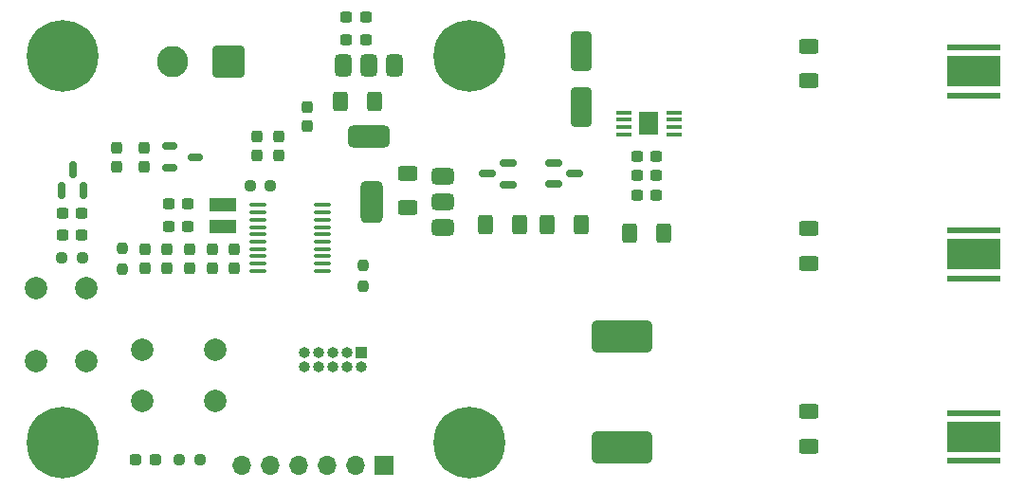
<source format=gbr>
%TF.GenerationSoftware,KiCad,Pcbnew,9.0.0*%
%TF.CreationDate,2025-08-28T16:21:25-07:00*%
%TF.ProjectId,Simple_12V_Panel,53696d70-6c65-45f3-9132-565f50616e65,rev?*%
%TF.SameCoordinates,Original*%
%TF.FileFunction,Soldermask,Top*%
%TF.FilePolarity,Negative*%
%FSLAX46Y46*%
G04 Gerber Fmt 4.6, Leading zero omitted, Abs format (unit mm)*
G04 Created by KiCad (PCBNEW 9.0.0) date 2025-08-28 16:21:25*
%MOMM*%
%LPD*%
G01*
G04 APERTURE LIST*
G04 Aperture macros list*
%AMRoundRect*
0 Rectangle with rounded corners*
0 $1 Rounding radius*
0 $2 $3 $4 $5 $6 $7 $8 $9 X,Y pos of 4 corners*
0 Add a 4 corners polygon primitive as box body*
4,1,4,$2,$3,$4,$5,$6,$7,$8,$9,$2,$3,0*
0 Add four circle primitives for the rounded corners*
1,1,$1+$1,$2,$3*
1,1,$1+$1,$4,$5*
1,1,$1+$1,$6,$7*
1,1,$1+$1,$8,$9*
0 Add four rect primitives between the rounded corners*
20,1,$1+$1,$2,$3,$4,$5,0*
20,1,$1+$1,$4,$5,$6,$7,0*
20,1,$1+$1,$6,$7,$8,$9,0*
20,1,$1+$1,$8,$9,$2,$3,0*%
G04 Aperture macros list end*
%ADD10R,4.775200X0.508000*%
%ADD11R,4.775200X2.768600*%
%ADD12R,1.358900X0.431800*%
%ADD13R,1.701800X2.006600*%
%ADD14RoundRect,0.237500X-0.250000X-0.237500X0.250000X-0.237500X0.250000X0.237500X-0.250000X0.237500X0*%
%ADD15RoundRect,0.435000X2.265000X1.015000X-2.265000X1.015000X-2.265000X-1.015000X2.265000X-1.015000X0*%
%ADD16RoundRect,0.150000X-0.512500X-0.150000X0.512500X-0.150000X0.512500X0.150000X-0.512500X0.150000X0*%
%ADD17RoundRect,0.250000X0.625000X-0.400000X0.625000X0.400000X-0.625000X0.400000X-0.625000X-0.400000X0*%
%ADD18RoundRect,0.375000X-0.375000X0.625000X-0.375000X-0.625000X0.375000X-0.625000X0.375000X0.625000X0*%
%ADD19RoundRect,0.500000X-1.400000X0.500000X-1.400000X-0.500000X1.400000X-0.500000X1.400000X0.500000X0*%
%ADD20RoundRect,0.375000X0.625000X0.375000X-0.625000X0.375000X-0.625000X-0.375000X0.625000X-0.375000X0*%
%ADD21RoundRect,0.500000X0.500000X1.400000X-0.500000X1.400000X-0.500000X-1.400000X0.500000X-1.400000X0*%
%ADD22C,6.400000*%
%ADD23RoundRect,0.237500X-0.237500X0.250000X-0.237500X-0.250000X0.237500X-0.250000X0.237500X0.250000X0*%
%ADD24RoundRect,0.250000X0.650000X-1.500000X0.650000X1.500000X-0.650000X1.500000X-0.650000X-1.500000X0*%
%ADD25RoundRect,0.250000X-0.400000X-0.625000X0.400000X-0.625000X0.400000X0.625000X-0.400000X0.625000X0*%
%ADD26RoundRect,0.237500X0.300000X0.237500X-0.300000X0.237500X-0.300000X-0.237500X0.300000X-0.237500X0*%
%ADD27RoundRect,0.237500X-0.237500X0.300000X-0.237500X-0.300000X0.237500X-0.300000X0.237500X0.300000X0*%
%ADD28R,2.387600X1.193800*%
%ADD29C,2.000000*%
%ADD30RoundRect,0.237500X-0.300000X-0.237500X0.300000X-0.237500X0.300000X0.237500X-0.300000X0.237500X0*%
%ADD31RoundRect,0.237500X0.250000X0.237500X-0.250000X0.237500X-0.250000X-0.237500X0.250000X-0.237500X0*%
%ADD32RoundRect,0.237500X0.237500X-0.300000X0.237500X0.300000X-0.237500X0.300000X-0.237500X-0.300000X0*%
%ADD33RoundRect,0.150000X0.587500X0.150000X-0.587500X0.150000X-0.587500X-0.150000X0.587500X-0.150000X0*%
%ADD34RoundRect,0.237500X-0.287500X-0.237500X0.287500X-0.237500X0.287500X0.237500X-0.287500X0.237500X0*%
%ADD35RoundRect,0.250001X1.149999X1.149999X-1.149999X1.149999X-1.149999X-1.149999X1.149999X-1.149999X0*%
%ADD36C,2.800000*%
%ADD37RoundRect,0.100000X-0.637500X-0.100000X0.637500X-0.100000X0.637500X0.100000X-0.637500X0.100000X0*%
%ADD38RoundRect,0.150000X0.150000X-0.587500X0.150000X0.587500X-0.150000X0.587500X-0.150000X-0.587500X0*%
%ADD39R,1.700000X1.700000*%
%ADD40O,1.700000X1.700000*%
%ADD41RoundRect,0.150000X-0.587500X-0.150000X0.587500X-0.150000X0.587500X0.150000X-0.587500X0.150000X0*%
%ADD42R,1.000000X1.000000*%
%ADD43O,1.000000X1.000000*%
G04 APERTURE END LIST*
D10*
%TO.C,U9*%
X196000000Y-84220000D03*
D11*
X196000000Y-86360000D03*
D10*
X196000000Y-88500000D03*
%TD*%
%TO.C,U8*%
X196000000Y-100540000D03*
D11*
X196000000Y-102680000D03*
D10*
X196000000Y-104820000D03*
%TD*%
%TO.C,U7*%
X196000000Y-116860000D03*
D11*
X196000000Y-119000000D03*
D10*
X196000000Y-121140000D03*
%TD*%
D12*
%TO.C,U2*%
X169228850Y-91974979D03*
X169228850Y-91324993D03*
X169228850Y-90675007D03*
X169228850Y-90025021D03*
X164771150Y-90025021D03*
X164771150Y-90675007D03*
X164771150Y-91324993D03*
X164771150Y-91974979D03*
D13*
X167000000Y-91000000D03*
%TD*%
D14*
%TO.C,R2*%
X131387500Y-96600000D03*
X133212500Y-96600000D03*
%TD*%
D15*
%TO.C,L1*%
X164650000Y-119925000D03*
X164650000Y-110025000D03*
%TD*%
D16*
%TO.C,U1*%
X126500000Y-94000000D03*
X124225000Y-94950000D03*
X124225000Y-93050000D03*
%TD*%
D17*
%TO.C,R13*%
X181275000Y-87180000D03*
X181275000Y-84080000D03*
%TD*%
D18*
%TO.C,Q4*%
X144300000Y-85850000D03*
X142000000Y-85850000D03*
D19*
X142000000Y-92150000D03*
D18*
X139700000Y-85850000D03*
%TD*%
D20*
%TO.C,Q3*%
X148587500Y-100300000D03*
X148587500Y-98000000D03*
D21*
X142287500Y-98000000D03*
D20*
X148587500Y-95700000D03*
%TD*%
D22*
%TO.C,H4*%
X151000000Y-85000000D03*
%TD*%
%TO.C,H3*%
X114700000Y-85000000D03*
%TD*%
%TO.C,H2*%
X151000000Y-119500000D03*
%TD*%
%TO.C,H1*%
X114700000Y-119500000D03*
%TD*%
D23*
%TO.C,R1*%
X141500000Y-103675000D03*
X141500000Y-105500000D03*
%TD*%
D24*
%TO.C,D5*%
X161000000Y-89500000D03*
X161000000Y-84500000D03*
%TD*%
D25*
%TO.C,R19*%
X157887500Y-100000000D03*
X160987500Y-100000000D03*
%TD*%
%TO.C,R18*%
X152387500Y-100000000D03*
X155487500Y-100000000D03*
%TD*%
D17*
%TO.C,R17*%
X145500000Y-98550000D03*
X145500000Y-95450000D03*
%TD*%
D25*
%TO.C,R16*%
X139450000Y-89000000D03*
X142550000Y-89000000D03*
%TD*%
D17*
%TO.C,R15*%
X181275000Y-119820000D03*
X181275000Y-116720000D03*
%TD*%
%TO.C,R14*%
X181275000Y-103500000D03*
X181275000Y-100400000D03*
%TD*%
D25*
%TO.C,R4*%
X165250000Y-100800000D03*
X168350000Y-100800000D03*
%TD*%
D26*
%TO.C,C24*%
X116362500Y-101000000D03*
X114637500Y-101000000D03*
%TD*%
D27*
%TO.C,C20*%
X128000000Y-102225000D03*
X128000000Y-103950000D03*
%TD*%
D28*
%TO.C,Y1*%
X129000000Y-100228300D03*
X129000000Y-98221700D03*
%TD*%
D29*
%TO.C,SW1*%
X112250000Y-112250000D03*
X112250000Y-105750000D03*
X116750000Y-112250000D03*
X116750000Y-105750000D03*
%TD*%
D30*
%TO.C,C14*%
X165937500Y-95600000D03*
X167662500Y-95600000D03*
%TD*%
D27*
%TO.C,C18*%
X124000000Y-102225000D03*
X124000000Y-103950000D03*
%TD*%
D30*
%TO.C,C13*%
X165937500Y-93900000D03*
X167662500Y-93900000D03*
%TD*%
D31*
%TO.C,R8*%
X116412500Y-103000000D03*
X114587500Y-103000000D03*
%TD*%
D23*
%TO.C,R10*%
X120000000Y-102175000D03*
X120000000Y-104000000D03*
%TD*%
D27*
%TO.C,C29*%
X132000000Y-92137500D03*
X132000000Y-93862500D03*
%TD*%
%TO.C,C28*%
X134000000Y-92137500D03*
X134000000Y-93862500D03*
%TD*%
D32*
%TO.C,C27*%
X121902500Y-94862500D03*
X121902500Y-93137500D03*
%TD*%
D27*
%TO.C,C30*%
X136500000Y-89500000D03*
X136500000Y-91225000D03*
%TD*%
D33*
%TO.C,Q2*%
X154437500Y-96450000D03*
X154437500Y-94550000D03*
X152562500Y-95500000D03*
%TD*%
D14*
%TO.C,R9*%
X125087500Y-121000000D03*
X126912500Y-121000000D03*
%TD*%
D34*
%TO.C,D3*%
X121212500Y-121000000D03*
X122962500Y-121000000D03*
%TD*%
D27*
%TO.C,C17*%
X122000000Y-102225000D03*
X122000000Y-103950000D03*
%TD*%
D30*
%TO.C,C22*%
X124137500Y-98215000D03*
X125862500Y-98215000D03*
%TD*%
D35*
%TO.C,J1*%
X129500000Y-85500000D03*
D36*
X124500000Y-85500000D03*
%TD*%
D30*
%TO.C,C31*%
X140000000Y-81500000D03*
X141725000Y-81500000D03*
%TD*%
%TO.C,C23*%
X124137500Y-100225000D03*
X125862500Y-100225000D03*
%TD*%
D27*
%TO.C,C21*%
X130000000Y-102225000D03*
X130000000Y-103950000D03*
%TD*%
D26*
%TO.C,C25*%
X116362500Y-99000000D03*
X114637500Y-99000000D03*
%TD*%
D27*
%TO.C,C19*%
X126000000Y-102225000D03*
X126000000Y-103950000D03*
%TD*%
D37*
%TO.C,U5*%
X132137500Y-98300000D03*
X132137500Y-98950000D03*
X132137500Y-99600000D03*
X132137500Y-100250000D03*
X132137500Y-100900000D03*
X132137500Y-101550000D03*
X132137500Y-102200000D03*
X132137500Y-102850000D03*
X132137500Y-103500000D03*
X132137500Y-104150000D03*
X137862500Y-104150000D03*
X137862500Y-103500000D03*
X137862500Y-102850000D03*
X137862500Y-102200000D03*
X137862500Y-101550000D03*
X137862500Y-100900000D03*
X137862500Y-100250000D03*
X137862500Y-99600000D03*
X137862500Y-98950000D03*
X137862500Y-98300000D03*
%TD*%
D30*
%TO.C,C32*%
X140000000Y-83500000D03*
X141725000Y-83500000D03*
%TD*%
D38*
%TO.C,U10*%
X114600000Y-97000000D03*
X116500000Y-97000000D03*
X115550000Y-95125000D03*
%TD*%
D29*
%TO.C,SW3*%
X121750000Y-111250000D03*
X128250000Y-111250000D03*
X121750000Y-115750000D03*
X128250000Y-115750000D03*
%TD*%
D39*
%TO.C,J3*%
X143350000Y-121500000D03*
D40*
X140810000Y-121500000D03*
X138270000Y-121500000D03*
X135730000Y-121500000D03*
X133190000Y-121500000D03*
X130650000Y-121500000D03*
%TD*%
D41*
%TO.C,Q1*%
X158500000Y-94500000D03*
X158500000Y-96400000D03*
X160375000Y-95450000D03*
%TD*%
D42*
%TO.C,J4*%
X141310000Y-111500000D03*
D43*
X141310000Y-112770000D03*
X140040000Y-111500000D03*
X140040000Y-112770000D03*
X138770000Y-111500000D03*
X138770000Y-112770000D03*
X137500000Y-111500000D03*
X137500000Y-112770000D03*
X136230000Y-111500000D03*
X136230000Y-112770000D03*
%TD*%
D30*
%TO.C,C11*%
X165937500Y-97400000D03*
X167662500Y-97400000D03*
%TD*%
D32*
%TO.C,C26*%
X119500000Y-94862500D03*
X119500000Y-93137500D03*
%TD*%
M02*

</source>
